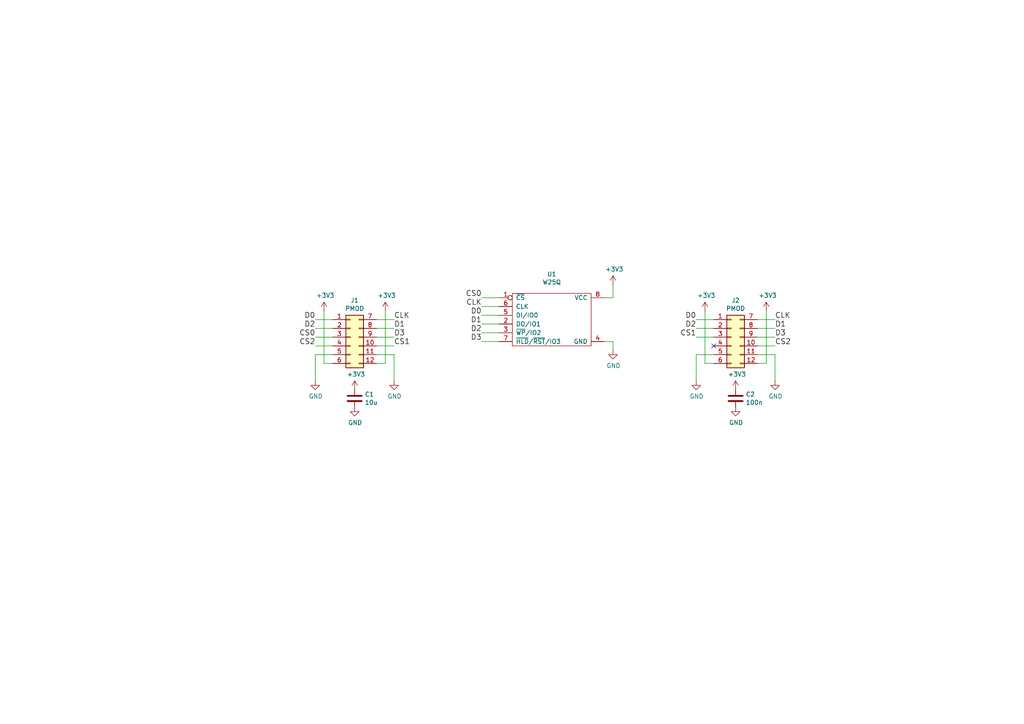
<source format=kicad_sch>
(kicad_sch (version 20230121) (generator eeschema)
  (paper "A4")
  (title_block (title "iCEBreaker PMOD - QSPI RAM") (date "2018-11-04") (rev "V1.0a") (company "GsD") (comment 2 "(C) 2018 Greg Davill <greg.davill@gmail.com>") (comment 3 "License: CC-BY-SA V4.0"))
  (lib_symbols
    (symbol "Connector_Generic:Conn_02x06_Top_Bottom" (pin_names (offset 1.016) hide)
      (property "Reference" "J" (at 1.27 7.62 0))
      (property "Value" "Conn_02x06_Top_Bottom" (at 1.27 -10.16 0))
      (symbol "Conn_02x06_Top_Bottom_1_1"
        (rectangle (start -1.27 -7.493) (end 0 -7.747) (stroke (width 0.1524)))
        (rectangle (start -1.27 -4.953) (end 0 -5.207) (stroke (width 0.1524)))
        (rectangle (start -1.27 -2.413) (end 0 -2.667) (stroke (width 0.1524)))
        (rectangle (start -1.27 0.127) (end 0 -0.127) (stroke (width 0.1524)))
        (rectangle (start -1.27 2.667) (end 0 2.413) (stroke (width 0.1524)))
        (rectangle (start -1.27 5.207) (end 0 4.953) (stroke (width 0.1524)))
        (rectangle (start -1.27 6.35) (end 3.81 -8.89) (stroke (width 0.254)) (fill (type background)))
        (rectangle (start 3.81 -7.493) (end 2.54 -7.747) (stroke (width 0.1524)))
        (rectangle (start 3.81 -4.953) (end 2.54 -5.207) (stroke (width 0.1524)))
        (rectangle (start 3.81 -2.413) (end 2.54 -2.667) (stroke (width 0.1524)))
        (rectangle (start 3.81 0.127) (end 2.54 -0.127) (stroke (width 0.1524)))
        (rectangle (start 3.81 2.667) (end 2.54 2.413) (stroke (width 0.1524)))
        (rectangle (start 3.81 5.207) (end 2.54 4.953) (stroke (width 0.1524)))
        (pin passive line (at -5.08 5.08 0) (length 3.81) (name "Pin_1") (number "1"))
        (pin passive line (at 7.62 -2.54 180) (length 3.81) (name "Pin_10") (number "10"))
        (pin passive line (at 7.62 -5.08 180) (length 3.81) (name "Pin_11") (number "11"))
        (pin passive line (at 7.62 -7.62 180) (length 3.81) (name "Pin_12") (number "12"))
        (pin passive line (at -5.08 2.54 0) (length 3.81) (name "Pin_2") (number "2"))
        (pin passive line (at -5.08 0 0) (length 3.81) (name "Pin_3") (number "3"))
        (pin passive line (at -5.08 -2.54 0) (length 3.81) (name "Pin_4") (number "4"))
        (pin passive line (at -5.08 -5.08 0) (length 3.81) (name "Pin_5") (number "5"))
        (pin passive line (at -5.08 -7.62 0) (length 3.81) (name "Pin_6") (number "6"))
        (pin passive line (at 7.62 5.08 180) (length 3.81) (name "Pin_7") (number "7"))
        (pin passive line (at 7.62 2.54 180) (length 3.81) (name "Pin_8") (number "8"))
        (pin passive line (at 7.62 0 180) (length 3.81) (name "Pin_9") (number "9"))
      )
    )
    (symbol "power:+3V3" (power) (pin_names (offset 0))
      (property "Value" "+3V3" (at 0 3.556 0))
      (symbol "+3V3_0_1"
        (polyline (pts (xy -0.762 1.27) (xy 0 2.54)))
        (polyline (pts (xy 0 0) (xy 0 2.54)))
        (polyline (pts (xy 0 2.54) (xy 0.762 1.27)))
      )
      (symbol "+3V3_1_1"
        (pin power_in line (at 0 0 90) (length 0) hide (name "+3V3") (number "1"))
      )
    )
    (symbol "power:GND" (power) (pin_names (offset 0))
      (property "Value" "GND" (at 0 -3.81 0))
      (symbol "GND_0_1"
        (polyline (pts (xy 0 0) (xy 0 -1.27) (xy 1.27 -1.27) (xy 0 -2.54) (xy -1.27 -1.27) (xy 0 -1.27)))
      )
      (symbol "GND_1_1"
        (pin power_in line (at 0 0 270) (length 0) hide (name "GND") (number "1"))
      )
    )
    (symbol "qspi-ram-rescue:W25Q-pkl_memory" (pin_names (offset 1.016))
      (property "Reference" "U" (at 0 -10.16 0))
      (property "Value" "pkl_memory:W25Q" (at 0 7.62 0))
      (symbol "W25Q-pkl_memory_1_1"
        (rectangle (start -11.43 -8.89) (end 11.43 6.35))
        (pin passive inverted (at -15.24 5.08 0) (length 3.81) (name "~{CS}") (number "1"))
        (pin passive line (at -15.24 -2.54 0) (length 3.81) (name "DO/IO1") (number "2"))
        (pin passive line (at -15.24 -5.08 0) (length 3.81) (name "~{WP}/IO2") (number "3"))
        (pin passive line (at 15.24 -7.62 180) (length 3.81) (name "GND") (number "4"))
        (pin passive line (at -15.24 0 0) (length 3.81) (name "DI/IO0") (number "5"))
        (pin passive line (at -15.24 2.54 0) (length 3.81) (name "CLK") (number "6"))
        (pin passive line (at -15.24 -7.62 0) (length 3.81) (name "~{HLD}/~{RST}/IO3") (number "7"))
        (pin passive line (at 15.24 5.08 180) (length 3.81) (name "VCC") (number "8"))
      )
    )
    (symbol "qspi-ram-rescue:pkl_C-pkl_device" (pin_numbers hide) (pin_names (offset 0.254))
      (property "Reference" "C" (at 0.635 2.54 0))
      (property "Value" "pkl_device:pkl_C" (at 0.635 -2.54 0))
      (symbol "pkl_C-pkl_device_0_1"
        (polyline (pts (xy -2.032 -0.762) (xy 2.032 -0.762)) (stroke (width 0.508)))
        (polyline (pts (xy -2.032 0.762) (xy 2.032 0.762)) (stroke (width 0.508)))
      )
      (symbol "pkl_C-pkl_device_1_1"
        (pin passive line (at 0 2.54 270) (length 1.524) (name "~") (number "1"))
        (pin passive line (at 0 -2.54 90) (length 1.524) (name "~") (number "2"))
      )
    )
  )
  (no_connect (at 207.01 100.33))
  (wire (pts (xy 204.47 105.41) (xy 204.47 90.17)))
  (wire (pts (xy 219.71 97.79) (xy 224.79 97.79)))
  (wire (pts (xy 111.76 105.41) (xy 111.76 90.17)))
  (wire (pts (xy 207.01 102.87) (xy 201.93 102.87)))
  (wire (pts (xy 91.44 102.87) (xy 91.44 110.49)))
  (wire (pts (xy 144.78 96.52) (xy 139.7 96.52)))
  (wire (pts (xy 177.8 101.6) (xy 177.8 99.06)))
  (wire (pts (xy 207.01 95.25) (xy 201.93 95.25)))
  (wire (pts (xy 114.3 102.87) (xy 114.3 110.49)))
  (wire (pts (xy 219.71 105.41) (xy 222.25 105.41)))
  (wire (pts (xy 201.93 102.87) (xy 201.93 110.49)))
  (wire (pts (xy 207.01 105.41) (xy 204.47 105.41)))
  (wire (pts (xy 109.22 100.33) (xy 114.3 100.33)))
  (wire (pts (xy 96.52 95.25) (xy 91.44 95.25)))
  (wire (pts (xy 177.8 86.36) (xy 177.8 82.55)))
  (wire (pts (xy 207.01 92.71) (xy 201.93 92.71)))
  (wire (pts (xy 109.22 105.41) (xy 111.76 105.41)))
  (wire (pts (xy 96.52 102.87) (xy 91.44 102.87)))
  (wire (pts (xy 96.52 105.41) (xy 93.98 105.41)))
  (wire (pts (xy 96.52 100.33) (xy 91.44 100.33)))
  (wire (pts (xy 144.78 86.36) (xy 139.7 86.36)))
  (wire (pts (xy 93.98 105.41) (xy 93.98 90.17)))
  (wire (pts (xy 144.78 88.9) (xy 139.7 88.9)))
  (wire (pts (xy 109.22 102.87) (xy 114.3 102.87)))
  (wire (pts (xy 144.78 91.44) (xy 139.7 91.44)))
  (wire (pts (xy 144.78 93.98) (xy 139.7 93.98)))
  (wire (pts (xy 219.71 100.33) (xy 224.79 100.33)))
  (wire (pts (xy 177.8 99.06) (xy 175.26 99.06)))
  (wire (pts (xy 219.71 92.71) (xy 224.79 92.71)))
  (wire (pts (xy 175.26 86.36) (xy 177.8 86.36)))
  (wire (pts (xy 224.79 102.87) (xy 224.79 110.49)))
  (wire (pts (xy 96.52 97.79) (xy 91.44 97.79)))
  (wire (pts (xy 207.01 97.79) (xy 201.93 97.79)))
  (wire (pts (xy 144.78 99.06) (xy 139.7 99.06)))
  (wire (pts (xy 109.22 97.79) (xy 114.3 97.79)))
  (wire (pts (xy 109.22 95.25) (xy 114.3 95.25)))
  (wire (pts (xy 219.71 102.87) (xy 224.79 102.87)))
  (wire (pts (xy 109.22 92.71) (xy 114.3 92.71)))
  (wire (pts (xy 96.52 92.71) (xy 91.44 92.71)))
  (wire (pts (xy 219.71 95.25) (xy 224.79 95.25)))
  (wire (pts (xy 222.25 105.41) (xy 222.25 90.17)))
  (label "CS1" (at 201.93 97.79 180) (effects (font (size 1.524 1.524))))
  (label "D3" (at 139.7 99.06 180) (effects (font (size 1.524 1.524))))
  (label "D1" (at 139.7 93.98 180) (effects (font (size 1.524 1.524))))
  (label "D2" (at 91.44 95.25 180) (effects (font (size 1.524 1.524))))
  (label "CS1" (at 114.3 100.33 0) (effects (font (size 1.524 1.524))))
  (label "CLK" (at 114.3 92.71 0) (effects (font (size 1.524 1.524))))
  (label "D1" (at 114.3 95.25 0) (effects (font (size 1.524 1.524))))
  (label "D0" (at 201.93 92.71 180) (effects (font (size 1.524 1.524))))
  (label "D0" (at 91.44 92.71 180) (effects (font (size 1.524 1.524))))
  (label "CS2" (at 91.44 100.33 180) (effects (font (size 1.524 1.524))))
  (label "CS0" (at 139.7 86.36 180) (effects (font (size 1.524 1.524))))
  (label "D3" (at 114.3 97.79 0) (effects (font (size 1.524 1.524))))
  (label "D1" (at 224.79 95.25 0) (effects (font (size 1.524 1.524))))
  (label "CLK" (at 224.79 92.71 0) (effects (font (size 1.524 1.524))))
  (label "CS0" (at 91.44 97.79 180) (effects (font (size 1.524 1.524))))
  (label "CLK" (at 139.7 88.9 180) (effects (font (size 1.524 1.524))))
  (label "CS2" (at 224.79 100.33 0) (effects (font (size 1.524 1.524))))
  (label "D3" (at 224.79 97.79 0) (effects (font (size 1.524 1.524))))
  (label "D0" (at 139.7 91.44 180) (effects (font (size 1.524 1.524))))
  (label "D2" (at 201.93 95.25 180) (effects (font (size 1.524 1.524))))
  (label "D2" (at 139.7 96.52 180) (effects (font (size 1.524 1.524))))
  (symbol (lib_id "Connector_Generic:Conn_02x06_Top_Bottom") (at 101.6 97.79 0) (unit 1)
    (property "Reference" "J1" (at 102.87 87.122 0))
    (property "Value" "PMOD" (at 102.87 89.4842 0))
    (property "Footprint" "pkl_connectors:PMODHeader_2x06_P2.54mm_Horizontal" (effects hide))
    (property "Key" "conn-th-01in-6-2-hdr-ra" (effects hide))
    (property "Source" "ANY" (effects hide))
  )
  (symbol (lib_id "power:GND") (at 114.3 110.49 0) (unit 1)
    (property "Reference" "#PWR06" (effects hide))
    (property "Value" "GND" (at 114.427 114.9604 0))
  )
  (symbol (lib_id "power:GND") (at 91.44 110.49 0) (unit 1)
    (property "Reference" "#PWR01" (effects hide))
    (property "Value" "GND" (at 91.567 114.9604 0))
  )
  (symbol (lib_id "power:+3V3") (at 111.76 90.17 0) (unit 1)
    (property "Reference" "#PWR05" (effects hide))
    (property "Value" "+3V3" (at 112.141 85.6996 0))
  )
  (symbol (lib_id "power:+3V3") (at 93.98 90.17 0) (unit 1)
    (property "Reference" "#PWR02" (effects hide))
    (property "Value" "+3V3" (at 94.361 85.6996 0))
  )
  (symbol (lib_id "qspi-ram-rescue:pkl_C-pkl_device") (at 102.87 115.57 0) (unit 1)
    (property "Reference" "C1" (at 105.791 114.3762 0) (effects (justify left)))
    (property "Value" "10u" (at 105.791 116.7384 0) (effects (justify left)))
    (property "Footprint" "pkl_dipol:C_0603" (effects hide))
    (property "Key" "cap-cer-0603-10u" (effects hide))
    (property "Source" "ANY" (effects hide))
  )
  (symbol (lib_id "power:+3V3") (at 102.87 113.03 0) (unit 1)
    (property "Reference" "#PWR03" (effects hide))
    (property "Value" "+3V3" (at 103.251 108.5596 0))
  )
  (symbol (lib_id "power:GND") (at 102.87 118.11 0) (unit 1)
    (property "Reference" "#PWR04" (effects hide))
    (property "Value" "GND" (at 102.997 122.5804 0))
  )
  (symbol (lib_id "power:GND") (at 177.8 101.6 0) (unit 1)
    (property "Reference" "#PWR012" (effects hide))
    (property "Value" "GND" (at 177.927 106.0704 0))
  )
  (symbol (lib_id "qspi-ram-rescue:W25Q-pkl_memory") (at 160.02 91.44 0) (unit 1)
    (property "Reference" "U1" (at 160.02 79.5274 0))
    (property "Value" "W25Q" (at 160.02 81.8388 0))
    (property "Footprint" "pkl_housings_soic:SOIC-8_5.3x5.3mm_Pitch1.27mm" (effects hide))
  )
  (symbol (lib_id "Connector_Generic:Conn_02x06_Top_Bottom") (at 212.09 97.79 0) (unit 1)
    (property "Reference" "J2" (at 213.36 87.122 0))
    (property "Value" "PMOD" (at 213.36 89.4842 0))
    (property "Footprint" "pkl_connectors:PMODHeader_2x06_P2.54mm_Horizontal" (effects hide))
    (property "Key" "conn-th-01in-6-2-hdr-ra" (effects hide))
    (property "Source" "ANY" (effects hide))
  )
  (symbol (lib_id "power:GND") (at 224.79 110.49 0) (unit 1)
    (property "Reference" "#PWR0102" (effects hide))
    (property "Value" "GND" (at 224.917 114.9604 0))
  )
  (symbol (lib_id "power:GND") (at 201.93 110.49 0) (unit 1)
    (property "Reference" "#PWR0103" (effects hide))
    (property "Value" "GND" (at 202.057 114.9604 0))
  )
  (symbol (lib_id "power:+3V3") (at 222.25 90.17 0) (unit 1)
    (property "Reference" "#PWR0104" (effects hide))
    (property "Value" "+3V3" (at 222.631 85.6996 0))
  )
  (symbol (lib_id "power:+3V3") (at 204.47 90.17 0) (unit 1)
    (property "Reference" "#PWR0105" (effects hide))
    (property "Value" "+3V3" (at 204.851 85.6996 0))
  )
  (symbol (lib_id "qspi-ram-rescue:pkl_C-pkl_device") (at 213.36 115.57 0) (unit 1)
    (property "Reference" "C2" (at 216.281 114.3762 0) (effects (justify left)))
    (property "Value" "100n" (at 216.281 116.7384 0) (effects (justify left)))
    (property "Footprint" "pkl_dipol:C_0603" (effects hide))
    (property "Key" "cap-cer-0603-10u" (effects hide))
    (property "Source" "ANY" (effects hide))
  )
  (symbol (lib_id "power:+3V3") (at 213.36 113.03 0) (unit 1)
    (property "Reference" "#PWR0106" (effects hide))
    (property "Value" "+3V3" (at 213.741 108.5596 0))
  )
  (symbol (lib_id "power:GND") (at 213.36 118.11 0) (unit 1)
    (property "Reference" "#PWR0107" (effects hide))
    (property "Value" "GND" (at 213.487 122.5804 0))
  )
  (symbol (lib_id "power:+3V3") (at 177.8 82.55 0) (unit 1)
    (property "Reference" "#PWR0101" (effects hide))
    (property "Value" "+3V3" (at 178.181 78.0796 0))
  )
)
</source>
